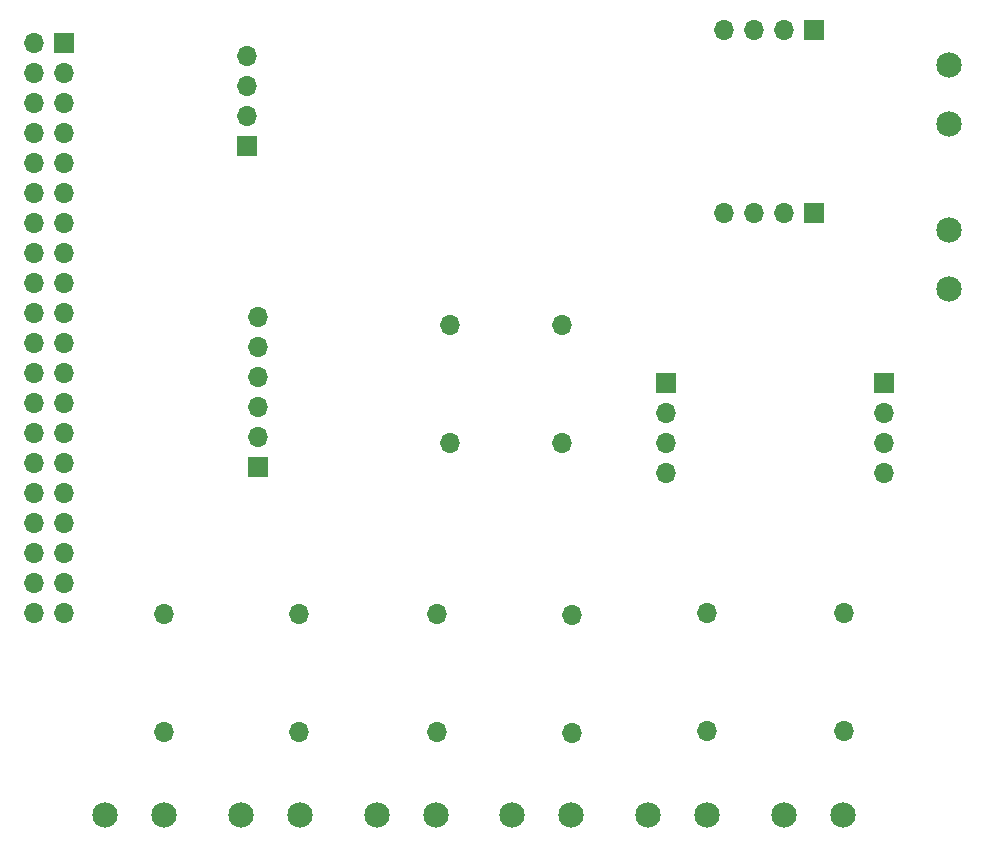
<source format=gbr>
%TF.GenerationSoftware,KiCad,Pcbnew,8.0.6*%
%TF.CreationDate,2025-01-28T17:52:03-05:00*%
%TF.ProjectId,SAS-PCB,5341532d-5043-4422-9e6b-696361645f70,rev?*%
%TF.SameCoordinates,Original*%
%TF.FileFunction,Soldermask,Top*%
%TF.FilePolarity,Negative*%
%FSLAX46Y46*%
G04 Gerber Fmt 4.6, Leading zero omitted, Abs format (unit mm)*
G04 Created by KiCad (PCBNEW 8.0.6) date 2025-01-28 17:52:03*
%MOMM*%
%LPD*%
G01*
G04 APERTURE LIST*
%ADD10C,2.154000*%
%ADD11O,1.700000X1.700000*%
%ADD12R,1.700000X1.700000*%
G04 APERTURE END LIST*
D10*
%TO.C,Bouton_4*%
X159500000Y-109500000D03*
X154500000Y-109500000D03*
%TD*%
D11*
%TO.C,R6*%
X136484000Y-92500000D03*
X136484000Y-102500000D03*
%TD*%
D10*
%TO.C,Bouton_3*%
X171000000Y-109500000D03*
X166000000Y-109500000D03*
%TD*%
%TO.C,Bouton_6*%
X136500000Y-109500000D03*
X131500000Y-109500000D03*
%TD*%
D11*
%TO.C,R5*%
X147914000Y-92500000D03*
X147914000Y-102500000D03*
%TD*%
D12*
%TO.C,J5-GPS1*%
X143500000Y-52810000D03*
D11*
X143500000Y-50270000D03*
X143500000Y-47730000D03*
X143500000Y-45190000D03*
%TD*%
D12*
%TO.C,J2-LCD1*%
X179000000Y-72880000D03*
D11*
X179000000Y-75420000D03*
X179000000Y-77960000D03*
X179000000Y-80500000D03*
%TD*%
%TO.C,R7*%
X170200000Y-78000000D03*
X170200000Y-68000000D03*
%TD*%
D10*
%TO.C,Bouton_1*%
X194000000Y-109500000D03*
X189000000Y-109500000D03*
%TD*%
D11*
%TO.C,R4*%
X159598000Y-92500000D03*
X159598000Y-102500000D03*
%TD*%
D12*
%TO.C,J6-cable-plat1*%
X128000000Y-44140000D03*
D11*
X125460000Y-44140000D03*
X128000000Y-46680000D03*
X125460000Y-46680000D03*
X128000000Y-49220000D03*
X125460000Y-49220000D03*
X128000000Y-51760000D03*
X125460000Y-51760000D03*
X128000000Y-54300000D03*
X125460000Y-54300000D03*
X128000000Y-56840000D03*
X125460000Y-56840000D03*
X128000000Y-59380000D03*
X125460000Y-59380000D03*
X128000000Y-61920000D03*
X125460000Y-61920000D03*
X128000000Y-64460000D03*
X125460000Y-64460000D03*
X128000000Y-67000000D03*
X125460000Y-67000000D03*
X128000000Y-69540000D03*
X125460000Y-69540000D03*
X128000000Y-72080000D03*
X125460000Y-72080000D03*
X128000000Y-74620000D03*
X125460000Y-74620000D03*
X128000000Y-77160000D03*
X125460000Y-77160000D03*
X128000000Y-79700000D03*
X125460000Y-79700000D03*
X128000000Y-82240000D03*
X125460000Y-82240000D03*
X128000000Y-84780000D03*
X125460000Y-84780000D03*
X128000000Y-87320000D03*
X125460000Y-87320000D03*
X128000000Y-89860000D03*
X125460000Y-89860000D03*
X128000000Y-92400000D03*
X125460000Y-92400000D03*
%TD*%
%TO.C,R1*%
X194100000Y-102400000D03*
X194100000Y-92400000D03*
%TD*%
D10*
%TO.C,Bouton_5*%
X148000000Y-109500000D03*
X143000000Y-109500000D03*
%TD*%
D12*
%TO.C,J4-BMP280*%
X144500000Y-80010000D03*
D11*
X144500000Y-77470000D03*
X144500000Y-74930000D03*
X144500000Y-72390000D03*
X144500000Y-69850000D03*
X144500000Y-67310000D03*
%TD*%
%TO.C,R3*%
X171028000Y-92536000D03*
X171028000Y-102536000D03*
%TD*%
D10*
%TO.C,Bouton_2*%
X182500000Y-109500000D03*
X177500000Y-109500000D03*
%TD*%
D12*
%TO.C,J3-LCD2*%
X197500000Y-72920000D03*
D11*
X197500000Y-75460000D03*
X197500000Y-78000000D03*
X197500000Y-80540000D03*
%TD*%
%TO.C,R8*%
X160700000Y-78000000D03*
X160700000Y-68000000D03*
%TD*%
D10*
%TO.C,J1_Batt1*%
X203000000Y-65000000D03*
X203000000Y-60000000D03*
%TD*%
D12*
%TO.C,J9-Fan2*%
X191540000Y-43000000D03*
D11*
X189000000Y-43000000D03*
X186460000Y-43000000D03*
X183920000Y-43000000D03*
%TD*%
D10*
%TO.C,J7-RFD900x1*%
X203000000Y-51000000D03*
X203000000Y-46000000D03*
%TD*%
D12*
%TO.C,J8-Fan1*%
X191540000Y-58500000D03*
D11*
X189000000Y-58500000D03*
X186460000Y-58500000D03*
X183920000Y-58500000D03*
%TD*%
%TO.C,R2*%
X182472000Y-102400000D03*
X182472000Y-92400000D03*
%TD*%
M02*

</source>
